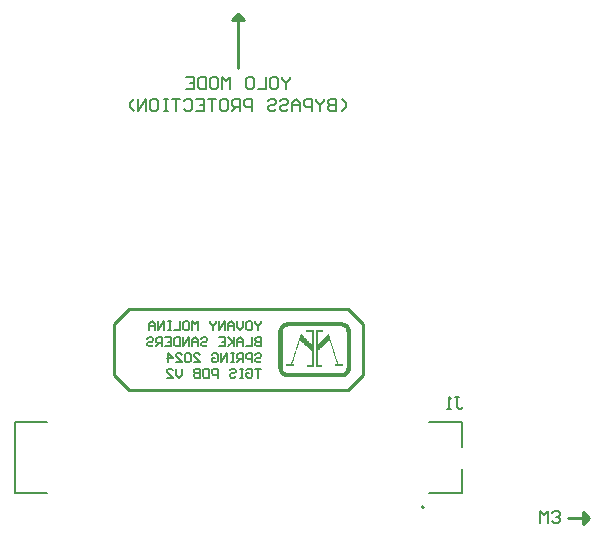
<source format=gbo>
G04*
G04 #@! TF.GenerationSoftware,Altium Limited,Altium Designer,24.2.2 (26)*
G04*
G04 Layer_Color=32896*
%FSLAX44Y44*%
%MOMM*%
G71*
G04*
G04 #@! TF.SameCoordinates,D0D0D645-F3CD-4B60-A7FA-FB90DE8E9CDF*
G04*
G04*
G04 #@! TF.FilePolarity,Positive*
G04*
G01*
G75*
%ADD10C,0.2000*%
%ADD11C,0.2540*%
%ADD12C,0.1270*%
%ADD13C,0.1524*%
%ADD54C,0.1778*%
%ADD55C,0.1693*%
G36*
X5080Y97790D02*
X-5080D01*
X0Y102870D01*
X5080Y97790D01*
D02*
G37*
G36*
X88935Y-158610D02*
X89685D01*
Y-158860D01*
X90435D01*
Y-159110D01*
X90935D01*
Y-159360D01*
X91435D01*
Y-159610D01*
X91685D01*
Y-159860D01*
X92185D01*
Y-160110D01*
X92435D01*
Y-160360D01*
X92685D01*
Y-160610D01*
X92935D01*
Y-160860D01*
X93185D01*
Y-161110D01*
X93435D01*
Y-161360D01*
X93685D01*
Y-161860D01*
X93935D01*
Y-162110D01*
X94185D01*
Y-162610D01*
X94435D01*
Y-163110D01*
X94685D01*
Y-163860D01*
X94935D01*
Y-164860D01*
X95185D01*
Y-198610D01*
X94935D01*
Y-199610D01*
X94685D01*
Y-200110D01*
X94435D01*
Y-200860D01*
X94185D01*
Y-201110D01*
X93935D01*
Y-201610D01*
X93685D01*
Y-201860D01*
X93435D01*
Y-202360D01*
X93185D01*
Y-202610D01*
X92935D01*
Y-202860D01*
X92685D01*
Y-203110D01*
X92435D01*
Y-203360D01*
X91935D01*
Y-203610D01*
X91685D01*
Y-203860D01*
X91185D01*
Y-204110D01*
X90685D01*
Y-204360D01*
X90185D01*
Y-204610D01*
X89685D01*
Y-204860D01*
X88685D01*
Y-205110D01*
X40435D01*
Y-204860D01*
X39685D01*
Y-204610D01*
X38935D01*
Y-204360D01*
X38435D01*
Y-204110D01*
X37935D01*
Y-203860D01*
X37435D01*
Y-203610D01*
X37185D01*
Y-203360D01*
X36935D01*
Y-203110D01*
X36685D01*
Y-202860D01*
X36435D01*
Y-202610D01*
X36185D01*
Y-202360D01*
X35935D01*
Y-202110D01*
X35685D01*
Y-201860D01*
X35435D01*
Y-201360D01*
X35185D01*
Y-201110D01*
X34935D01*
Y-200610D01*
X34685D01*
Y-200110D01*
X34435D01*
Y-199360D01*
X34185D01*
Y-198110D01*
X33935D01*
Y-184360D01*
Y-184110D01*
Y-165360D01*
X34185D01*
Y-164110D01*
X34435D01*
Y-163360D01*
X34685D01*
Y-162860D01*
X34935D01*
Y-162360D01*
X35185D01*
Y-161860D01*
X35435D01*
Y-161610D01*
X35685D01*
Y-161360D01*
X35935D01*
Y-160860D01*
X36185D01*
Y-160610D01*
X36435D01*
Y-160360D01*
X36685D01*
Y-160110D01*
X37185D01*
Y-159860D01*
X37435D01*
Y-159610D01*
X37935D01*
Y-159360D01*
X38185D01*
Y-159110D01*
X38685D01*
Y-158860D01*
X39435D01*
Y-158610D01*
X40185D01*
Y-158360D01*
X88935D01*
Y-158610D01*
D02*
G37*
G36*
X297180Y-323850D02*
X292100Y-328930D01*
Y-318770D01*
X297180Y-323850D01*
D02*
G37*
%LPC*%
G36*
X87435Y-161860D02*
X41685D01*
Y-162110D01*
X40435D01*
Y-162360D01*
X39935D01*
Y-162610D01*
X39685D01*
Y-162860D01*
X39185D01*
Y-163110D01*
X38935D01*
Y-163360D01*
X38685D01*
Y-163610D01*
X38435D01*
Y-164110D01*
X38185D01*
Y-164610D01*
X37935D01*
Y-165110D01*
X37685D01*
Y-198360D01*
X37935D01*
Y-198860D01*
X38185D01*
Y-199360D01*
X38435D01*
Y-199610D01*
X38685D01*
Y-200110D01*
X38935D01*
Y-200360D01*
X39435D01*
Y-200610D01*
X39685D01*
Y-200860D01*
X40185D01*
Y-201110D01*
X40685D01*
Y-201360D01*
X42185D01*
Y-201610D01*
X86935D01*
Y-201360D01*
X88435D01*
Y-201110D01*
X89185D01*
Y-200860D01*
X89435D01*
Y-200610D01*
X89935D01*
Y-200360D01*
X90185D01*
Y-200110D01*
X90435D01*
Y-199860D01*
X90685D01*
Y-199360D01*
X90935D01*
Y-199110D01*
X91185D01*
Y-198360D01*
X91435D01*
Y-197110D01*
X91685D01*
Y-166360D01*
X91435D01*
Y-164860D01*
X91185D01*
Y-164360D01*
X90935D01*
Y-163860D01*
X90685D01*
Y-163610D01*
X90435D01*
Y-163360D01*
X90185D01*
Y-163110D01*
X89935D01*
Y-162860D01*
X89685D01*
Y-162610D01*
X89185D01*
Y-162360D01*
X88685D01*
Y-162110D01*
X87435D01*
Y-161860D01*
D02*
G37*
%LPD*%
G36*
X63685Y-196110D02*
X58185D01*
Y-194360D01*
X61935D01*
Y-182610D01*
X61685D01*
Y-182360D01*
X61435D01*
Y-182110D01*
X61185D01*
Y-181860D01*
X60935D01*
Y-181610D01*
X60685D01*
Y-181360D01*
X60435D01*
Y-181110D01*
X60185D01*
Y-180860D01*
X59685D01*
Y-180610D01*
X59435D01*
Y-180360D01*
X59185D01*
Y-180110D01*
X58935D01*
Y-179860D01*
X58685D01*
Y-179610D01*
X58435D01*
Y-179360D01*
X58185D01*
Y-179110D01*
X57935D01*
Y-178860D01*
X57685D01*
Y-178610D01*
X57435D01*
Y-178360D01*
X56935D01*
Y-178110D01*
X56685D01*
Y-177860D01*
X56435D01*
Y-177610D01*
X56185D01*
Y-177360D01*
X55935D01*
Y-177110D01*
X55685D01*
Y-176860D01*
X55435D01*
Y-176610D01*
X55185D01*
Y-176360D01*
X54935D01*
Y-176110D01*
X54685D01*
Y-175860D01*
X54185D01*
Y-175610D01*
X53935D01*
Y-175360D01*
X53685D01*
Y-175110D01*
X53435D01*
Y-174860D01*
X53185D01*
Y-174610D01*
X52935D01*
Y-174360D01*
X52685D01*
Y-174110D01*
X52435D01*
Y-173860D01*
X51935D01*
Y-174360D01*
X51685D01*
Y-175110D01*
X51435D01*
Y-175860D01*
X51185D01*
Y-176610D01*
X50935D01*
Y-177360D01*
X50685D01*
Y-178360D01*
X50435D01*
Y-179110D01*
X50185D01*
Y-179860D01*
X49935D01*
Y-180610D01*
X49685D01*
Y-181360D01*
X49435D01*
Y-182110D01*
X49185D01*
Y-182860D01*
X48935D01*
Y-183860D01*
X48685D01*
Y-184610D01*
X48435D01*
Y-185360D01*
X48185D01*
Y-186110D01*
X47935D01*
Y-186860D01*
X47685D01*
Y-187610D01*
X47435D01*
Y-188360D01*
X47185D01*
Y-189110D01*
X46935D01*
Y-190110D01*
X46685D01*
Y-190860D01*
X46435D01*
Y-191610D01*
X46185D01*
Y-192360D01*
X45935D01*
Y-193110D01*
X45685D01*
Y-193360D01*
X47435D01*
Y-195110D01*
X40185D01*
Y-193360D01*
X44935D01*
Y-192360D01*
X45185D01*
Y-191610D01*
X45435D01*
Y-190860D01*
X45685D01*
Y-190110D01*
X45935D01*
Y-189360D01*
X46185D01*
Y-188610D01*
X46435D01*
Y-187860D01*
X46685D01*
Y-187110D01*
X46935D01*
Y-186360D01*
X47185D01*
Y-185610D01*
X47435D01*
Y-184610D01*
X47685D01*
Y-183860D01*
X47935D01*
Y-183110D01*
X48185D01*
Y-182360D01*
X48435D01*
Y-181610D01*
X48685D01*
Y-180860D01*
X48935D01*
Y-180110D01*
X49185D01*
Y-179360D01*
X49435D01*
Y-178360D01*
X49685D01*
Y-177610D01*
X49935D01*
Y-176860D01*
X50185D01*
Y-176110D01*
X50435D01*
Y-175360D01*
X50685D01*
Y-174610D01*
X50935D01*
Y-173860D01*
X51185D01*
Y-173110D01*
X51435D01*
Y-172360D01*
X51685D01*
Y-171360D01*
X51935D01*
Y-170610D01*
X52185D01*
Y-169860D01*
X52435D01*
Y-169110D01*
X52685D01*
Y-168360D01*
X53185D01*
Y-168610D01*
X53435D01*
Y-168860D01*
X53685D01*
Y-169110D01*
X53935D01*
Y-169360D01*
X54185D01*
Y-169610D01*
X54435D01*
Y-169860D01*
X54685D01*
Y-170110D01*
X54935D01*
Y-170360D01*
X55185D01*
Y-170610D01*
X55435D01*
Y-170860D01*
X55685D01*
Y-171110D01*
X55935D01*
Y-171360D01*
X56185D01*
Y-171610D01*
X56435D01*
Y-171860D01*
X56685D01*
Y-172110D01*
X56935D01*
Y-172360D01*
X57185D01*
Y-172610D01*
X57435D01*
Y-172860D01*
X57685D01*
Y-173110D01*
X57935D01*
Y-173360D01*
X58185D01*
Y-173610D01*
X58435D01*
Y-173860D01*
X58685D01*
Y-174110D01*
X58935D01*
Y-174360D01*
X59185D01*
Y-174610D01*
X59435D01*
Y-174860D01*
X59685D01*
Y-175110D01*
X59935D01*
Y-175360D01*
X60185D01*
Y-175610D01*
X60435D01*
Y-175860D01*
X60685D01*
Y-176110D01*
X60935D01*
Y-176360D01*
X61185D01*
Y-176610D01*
X61435D01*
Y-176860D01*
X61685D01*
Y-177110D01*
X61935D01*
Y-166360D01*
X57435D01*
Y-164610D01*
X63685D01*
Y-196110D01*
D02*
G37*
G36*
X71685Y-166360D02*
X67435D01*
Y-166610D01*
X67185D01*
Y-176860D01*
X67685D01*
Y-176610D01*
X67935D01*
Y-176360D01*
X68185D01*
Y-176110D01*
X68435D01*
Y-175860D01*
X68685D01*
Y-175610D01*
X68935D01*
Y-175360D01*
X69185D01*
Y-175110D01*
X69435D01*
Y-174860D01*
X69685D01*
Y-174610D01*
X69935D01*
Y-174360D01*
X70185D01*
Y-174110D01*
X70435D01*
Y-173860D01*
X70685D01*
Y-173610D01*
X70935D01*
Y-173360D01*
X71185D01*
Y-173110D01*
X71435D01*
Y-172860D01*
X71685D01*
Y-172610D01*
X71935D01*
Y-172360D01*
X72185D01*
Y-172110D01*
X72435D01*
Y-171860D01*
X72685D01*
Y-171610D01*
X72935D01*
Y-171360D01*
X73185D01*
Y-171110D01*
X73435D01*
Y-170860D01*
X73685D01*
Y-170610D01*
X73935D01*
Y-170360D01*
X74185D01*
Y-170110D01*
X74435D01*
Y-169860D01*
X74685D01*
Y-169610D01*
X74935D01*
Y-169360D01*
X75185D01*
Y-169110D01*
X75435D01*
Y-168860D01*
X75685D01*
Y-168610D01*
X75935D01*
Y-168360D01*
X76435D01*
Y-168860D01*
X76685D01*
Y-169610D01*
X76935D01*
Y-170360D01*
X77185D01*
Y-171360D01*
X77435D01*
Y-172110D01*
X77685D01*
Y-172860D01*
X77935D01*
Y-173610D01*
X78185D01*
Y-174360D01*
X78435D01*
Y-175110D01*
X78685D01*
Y-175860D01*
X78935D01*
Y-176610D01*
X79185D01*
Y-177360D01*
X79435D01*
Y-178360D01*
X79685D01*
Y-179110D01*
X79935D01*
Y-179860D01*
X80185D01*
Y-180610D01*
X80435D01*
Y-181360D01*
X80685D01*
Y-182110D01*
X80935D01*
Y-182860D01*
X81185D01*
Y-183610D01*
X81435D01*
Y-184360D01*
X81685D01*
Y-185360D01*
X81935D01*
Y-186110D01*
X82185D01*
Y-186860D01*
X82435D01*
Y-187610D01*
X82685D01*
Y-188360D01*
X82935D01*
Y-189110D01*
X83185D01*
Y-189860D01*
X83435D01*
Y-190610D01*
X83685D01*
Y-191360D01*
X83935D01*
Y-192360D01*
X84185D01*
Y-193110D01*
X84435D01*
Y-193360D01*
X88935D01*
Y-195110D01*
X81685D01*
Y-193360D01*
X83435D01*
Y-192860D01*
X83185D01*
Y-192110D01*
X82935D01*
Y-191360D01*
X82685D01*
Y-190610D01*
X82435D01*
Y-189860D01*
X82185D01*
Y-189110D01*
X81935D01*
Y-188360D01*
X81685D01*
Y-187360D01*
X81435D01*
Y-186610D01*
X81185D01*
Y-185860D01*
X80935D01*
Y-185110D01*
X80685D01*
Y-184360D01*
X80435D01*
Y-183610D01*
X80185D01*
Y-182610D01*
X79935D01*
Y-181860D01*
X79685D01*
Y-181110D01*
X79435D01*
Y-180360D01*
X79185D01*
Y-179610D01*
X78935D01*
Y-178860D01*
X78685D01*
Y-178110D01*
X78435D01*
Y-177110D01*
X78185D01*
Y-176360D01*
X77935D01*
Y-175610D01*
X77685D01*
Y-174860D01*
X77435D01*
Y-174110D01*
X77185D01*
Y-173860D01*
X76935D01*
Y-174110D01*
X76435D01*
Y-174360D01*
X76185D01*
Y-174610D01*
X75935D01*
Y-174860D01*
X75685D01*
Y-175110D01*
X75435D01*
Y-175360D01*
X75185D01*
Y-175610D01*
X74935D01*
Y-175860D01*
X74685D01*
Y-176110D01*
X74435D01*
Y-176360D01*
X74185D01*
Y-176610D01*
X73685D01*
Y-176860D01*
X73435D01*
Y-177110D01*
X73185D01*
Y-177360D01*
X72935D01*
Y-177610D01*
X72685D01*
Y-177860D01*
X72435D01*
Y-178110D01*
X72185D01*
Y-178360D01*
X71935D01*
Y-178610D01*
X71685D01*
Y-178860D01*
X71435D01*
Y-179110D01*
X70935D01*
Y-179360D01*
X70685D01*
Y-179610D01*
X70435D01*
Y-179860D01*
X70185D01*
Y-180110D01*
X69935D01*
Y-180360D01*
X69685D01*
Y-180610D01*
X69435D01*
Y-180860D01*
X69185D01*
Y-181110D01*
X68935D01*
Y-181360D01*
X68685D01*
Y-181610D01*
X68185D01*
Y-181860D01*
X67935D01*
Y-182110D01*
X67685D01*
Y-182360D01*
X67435D01*
Y-182610D01*
X67185D01*
Y-194110D01*
X67435D01*
Y-194360D01*
X70935D01*
Y-196110D01*
X65435D01*
Y-195360D01*
Y-195110D01*
Y-164610D01*
X71685D01*
Y-166360D01*
D02*
G37*
D10*
X157000Y-315050D02*
G03*
X157000Y-315050I-1000J0D01*
G01*
D11*
X279400Y-323850D02*
X289560D01*
X292100Y-318770D02*
X297180Y-323850D01*
X289560D02*
X292100D01*
Y-328930D02*
X297180Y-323850D01*
X292100Y-328930D02*
Y-318770D01*
X0Y57150D02*
Y95250D01*
X-5080Y97790D02*
X5080D01*
X-5080D02*
X0Y102870D01*
Y95250D02*
Y97790D01*
Y102870D02*
X5080Y97790D01*
X92710Y-215900D02*
X105410Y-203200D01*
X-92710Y-147320D02*
X92710Y-147320D01*
X105410Y-203200D02*
Y-160020D01*
X92710Y-147320D02*
X105410Y-160020D01*
X-105410D02*
X-92710Y-147320D01*
X-105410Y-203200D02*
X-92710Y-215900D01*
Y-215900D02*
X92710Y-215900D01*
X-105410Y-203200D02*
Y-160020D01*
D12*
X-189000Y-303050D02*
X-161700D01*
X161700D02*
X189000D01*
Y-282250D01*
Y-263850D02*
Y-243050D01*
X-189000D02*
X-161700D01*
X161700D02*
X189000D01*
X-189000Y-303050D02*
Y-243050D01*
D13*
X88025Y20322D02*
X91411Y23707D01*
Y27093D01*
X88025Y30478D01*
X82947D02*
Y20322D01*
X77868D01*
X76175Y22014D01*
Y23707D01*
X77868Y25400D01*
X82947D01*
X77868D01*
X76175Y27093D01*
Y28786D01*
X77868Y30478D01*
X82947D01*
X72790D02*
Y28786D01*
X69404Y25400D01*
X66019Y28786D01*
Y30478D01*
X69404Y25400D02*
Y20322D01*
X62633D02*
Y30478D01*
X57555D01*
X55862Y28786D01*
Y25400D01*
X57555Y23707D01*
X62633D01*
X52476Y20322D02*
Y27093D01*
X49091Y30478D01*
X45705Y27093D01*
Y20322D01*
Y25400D01*
X52476D01*
X35549Y28786D02*
X37241Y30478D01*
X40627D01*
X42320Y28786D01*
Y27093D01*
X40627Y25400D01*
X37241D01*
X35549Y23707D01*
Y22014D01*
X37241Y20322D01*
X40627D01*
X42320Y22014D01*
X25392Y28786D02*
X27085Y30478D01*
X30470D01*
X32163Y28786D01*
Y27093D01*
X30470Y25400D01*
X27085D01*
X25392Y23707D01*
Y22014D01*
X27085Y20322D01*
X30470D01*
X32163Y22014D01*
X11849Y20322D02*
Y30478D01*
X6771D01*
X5078Y28786D01*
Y25400D01*
X6771Y23707D01*
X11849D01*
X1693Y20322D02*
Y30478D01*
X-3386D01*
X-5078Y28786D01*
Y25400D01*
X-3386Y23707D01*
X1693D01*
X-1693D02*
X-5078Y20322D01*
X-13542Y30478D02*
X-10157D01*
X-8464Y28786D01*
Y22014D01*
X-10157Y20322D01*
X-13542D01*
X-15235Y22014D01*
Y28786D01*
X-13542Y30478D01*
X-18621D02*
X-25392D01*
X-22006D01*
Y20322D01*
X-35549Y30478D02*
X-28777D01*
Y20322D01*
X-35549D01*
X-28777Y25400D02*
X-32163D01*
X-45705Y28786D02*
X-44012Y30478D01*
X-40627D01*
X-38934Y28786D01*
Y22014D01*
X-40627Y20322D01*
X-44012D01*
X-45705Y22014D01*
X-49091Y30478D02*
X-55862D01*
X-52476D01*
Y20322D01*
X-59248Y30478D02*
X-62633D01*
X-60940D01*
Y20322D01*
X-59248D01*
X-62633D01*
X-72790Y30478D02*
X-69404D01*
X-67712Y28786D01*
Y22014D01*
X-69404Y20322D01*
X-72790D01*
X-74483Y22014D01*
Y28786D01*
X-72790Y30478D01*
X-77868Y20322D02*
Y30478D01*
X-84639Y20322D01*
Y30478D01*
X-88025Y20322D02*
X-91411Y23707D01*
Y27093D01*
X-88025Y30478D01*
X44012Y49528D02*
Y47836D01*
X40627Y44450D01*
X37241Y47836D01*
Y49528D01*
X40627Y44450D02*
Y39372D01*
X28777Y49528D02*
X32163D01*
X33856Y47836D01*
Y41064D01*
X32163Y39372D01*
X28777D01*
X27085Y41064D01*
Y47836D01*
X28777Y49528D01*
X23699D02*
Y39372D01*
X16928D01*
X8464Y49528D02*
X11849D01*
X13542Y47836D01*
Y41064D01*
X11849Y39372D01*
X8464D01*
X6771Y41064D01*
Y47836D01*
X8464Y49528D01*
X-6771Y39372D02*
Y49528D01*
X-10157Y46143D01*
X-13542Y49528D01*
Y39372D01*
X-22006Y49528D02*
X-18621D01*
X-16928Y47836D01*
Y41064D01*
X-18621Y39372D01*
X-22006D01*
X-23699Y41064D01*
Y47836D01*
X-22006Y49528D01*
X-27085D02*
Y39372D01*
X-32163D01*
X-33856Y41064D01*
Y47836D01*
X-32163Y49528D01*
X-27085D01*
X-44012D02*
X-37241D01*
Y39372D01*
X-44012D01*
X-37241Y44450D02*
X-40627D01*
X183475Y-221491D02*
X186860D01*
X185168D01*
Y-229955D01*
X186860Y-231648D01*
X188553D01*
X190246Y-229955D01*
X180089Y-231648D02*
X176704D01*
X178396D01*
Y-221491D01*
X180089Y-223184D01*
D54*
X19167Y-157689D02*
Y-158958D01*
X16627Y-161498D01*
X14088Y-158958D01*
Y-157689D01*
X16627Y-161498D02*
Y-165306D01*
X7740Y-157689D02*
X10280D01*
X11549Y-158958D01*
Y-164037D01*
X10280Y-165306D01*
X7740D01*
X6471Y-164037D01*
Y-158958D01*
X7740Y-157689D01*
X3932D02*
Y-162767D01*
X1392Y-165306D01*
X-1147Y-162767D01*
Y-157689D01*
X-3686Y-165306D02*
Y-160228D01*
X-6225Y-157689D01*
X-8764Y-160228D01*
Y-165306D01*
Y-161498D01*
X-3686D01*
X-11303Y-165306D02*
Y-157689D01*
X-16382Y-165306D01*
Y-157689D01*
X-18921D02*
Y-158958D01*
X-21460Y-161498D01*
X-23999Y-158958D01*
Y-157689D01*
X-21460Y-161498D02*
Y-165306D01*
X-34156D02*
Y-157689D01*
X-36695Y-160228D01*
X-39234Y-157689D01*
Y-165306D01*
X-45582Y-157689D02*
X-43043D01*
X-41774Y-158958D01*
Y-164037D01*
X-43043Y-165306D01*
X-45582D01*
X-46852Y-164037D01*
Y-158958D01*
X-45582Y-157689D01*
X-49391D02*
Y-165306D01*
X-54470D01*
X-57009Y-157689D02*
X-59548D01*
X-58278D01*
Y-165306D01*
X-57009D01*
X-59548D01*
X-63357D02*
Y-157689D01*
X-68435Y-165306D01*
Y-157689D01*
X-70974Y-165306D02*
Y-160228D01*
X-73513Y-157689D01*
X-76053Y-160228D01*
Y-165306D01*
Y-161498D01*
X-70974D01*
X19167Y-171097D02*
Y-178715D01*
X15358D01*
X14088Y-177445D01*
Y-176175D01*
X15358Y-174906D01*
X19167D01*
X15358D01*
X14088Y-173636D01*
Y-172367D01*
X15358Y-171097D01*
X19167D01*
X11549D02*
Y-178715D01*
X6471D01*
X3932D02*
Y-173636D01*
X1392Y-171097D01*
X-1147Y-173636D01*
Y-178715D01*
Y-174906D01*
X3932D01*
X-3686Y-171097D02*
Y-178715D01*
Y-176175D01*
X-8764Y-171097D01*
X-4956Y-174906D01*
X-8764Y-178715D01*
X-16382Y-171097D02*
X-11303D01*
Y-178715D01*
X-16382D01*
X-11303Y-174906D02*
X-13843D01*
X-31617Y-172367D02*
X-30347Y-171097D01*
X-27808D01*
X-26539Y-172367D01*
Y-173636D01*
X-27808Y-174906D01*
X-30347D01*
X-31617Y-176175D01*
Y-177445D01*
X-30347Y-178715D01*
X-27808D01*
X-26539Y-177445D01*
X-34156Y-178715D02*
Y-173636D01*
X-36695Y-171097D01*
X-39234Y-173636D01*
Y-178715D01*
Y-174906D01*
X-34156D01*
X-41774Y-178715D02*
Y-171097D01*
X-46852Y-178715D01*
Y-171097D01*
X-49391D02*
Y-178715D01*
X-53200D01*
X-54470Y-177445D01*
Y-172367D01*
X-53200Y-171097D01*
X-49391D01*
X-62087D02*
X-57009D01*
Y-178715D01*
X-62087D01*
X-57009Y-174906D02*
X-59548D01*
X-64626Y-178715D02*
Y-171097D01*
X-68435D01*
X-69705Y-172367D01*
Y-174906D01*
X-68435Y-176175D01*
X-64626D01*
X-67165D02*
X-69705Y-178715D01*
X-77322Y-172367D02*
X-76053Y-171097D01*
X-73513D01*
X-72244Y-172367D01*
Y-173636D01*
X-73513Y-174906D01*
X-76053D01*
X-77322Y-176175D01*
Y-177445D01*
X-76053Y-178715D01*
X-73513D01*
X-72244Y-177445D01*
X14088Y-185775D02*
X15358Y-184505D01*
X17897D01*
X19167Y-185775D01*
Y-187045D01*
X17897Y-188314D01*
X15358D01*
X14088Y-189584D01*
Y-190853D01*
X15358Y-192123D01*
X17897D01*
X19167Y-190853D01*
X11549Y-192123D02*
Y-184505D01*
X7740D01*
X6471Y-185775D01*
Y-188314D01*
X7740Y-189584D01*
X11549D01*
X3932Y-192123D02*
Y-184505D01*
X123D01*
X-1147Y-185775D01*
Y-188314D01*
X123Y-189584D01*
X3932D01*
X1392D02*
X-1147Y-192123D01*
X-3686Y-184505D02*
X-6225D01*
X-4956D01*
Y-192123D01*
X-3686D01*
X-6225D01*
X-10034D02*
Y-184505D01*
X-15112Y-192123D01*
Y-184505D01*
X-22730Y-185775D02*
X-21460Y-184505D01*
X-18921D01*
X-17651Y-185775D01*
Y-190853D01*
X-18921Y-192123D01*
X-21460D01*
X-22730Y-190853D01*
Y-188314D01*
X-20191D01*
X-37965Y-192123D02*
X-32887D01*
X-37965Y-187045D01*
Y-185775D01*
X-36695Y-184505D01*
X-34156D01*
X-32887Y-185775D01*
X-40504D02*
X-41774Y-184505D01*
X-44313D01*
X-45582Y-185775D01*
Y-190853D01*
X-44313Y-192123D01*
X-41774D01*
X-40504Y-190853D01*
Y-185775D01*
X-53200Y-192123D02*
X-48122D01*
X-53200Y-187045D01*
Y-185775D01*
X-51930Y-184505D01*
X-49391D01*
X-48122Y-185775D01*
X-59548Y-192123D02*
Y-184505D01*
X-55739Y-188314D01*
X-60817D01*
X19167Y-197914D02*
X14088D01*
X16627D01*
Y-205531D01*
X6471Y-199183D02*
X7740Y-197914D01*
X10280D01*
X11549Y-199183D01*
Y-204261D01*
X10280Y-205531D01*
X7740D01*
X6471Y-204261D01*
Y-201722D01*
X9010D01*
X3932Y-197914D02*
X1392D01*
X2662D01*
Y-205531D01*
X3932D01*
X1392D01*
X-7495Y-199183D02*
X-6225Y-197914D01*
X-3686D01*
X-2416Y-199183D01*
Y-200453D01*
X-3686Y-201722D01*
X-6225D01*
X-7495Y-202992D01*
Y-204261D01*
X-6225Y-205531D01*
X-3686D01*
X-2416Y-204261D01*
X-17651Y-205531D02*
Y-197914D01*
X-21460D01*
X-22730Y-199183D01*
Y-201722D01*
X-21460Y-202992D01*
X-17651D01*
X-25269Y-197914D02*
Y-205531D01*
X-29078D01*
X-30347Y-204261D01*
Y-199183D01*
X-29078Y-197914D01*
X-25269D01*
X-32887D02*
Y-205531D01*
X-36695D01*
X-37965Y-204261D01*
Y-202992D01*
X-36695Y-201722D01*
X-32887D01*
X-36695D01*
X-37965Y-200453D01*
Y-199183D01*
X-36695Y-197914D01*
X-32887D01*
X-48122D02*
Y-202992D01*
X-50661Y-205531D01*
X-53200Y-202992D01*
Y-197914D01*
X-60817Y-205531D02*
X-55739D01*
X-60817Y-200453D01*
Y-199183D01*
X-59548Y-197914D01*
X-57009D01*
X-55739Y-199183D01*
D55*
X255693Y-328507D02*
Y-318350D01*
X259079Y-321736D01*
X262464Y-318350D01*
Y-328507D01*
X265850Y-320043D02*
X267543Y-318350D01*
X270928D01*
X272621Y-320043D01*
Y-321736D01*
X270928Y-323428D01*
X269236D01*
X270928D01*
X272621Y-325121D01*
Y-326814D01*
X270928Y-328507D01*
X267543D01*
X265850Y-326814D01*
M02*

</source>
